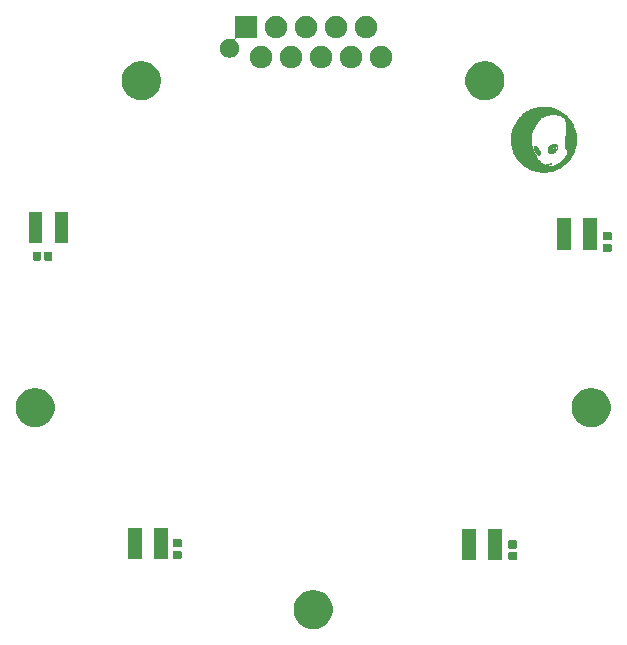
<source format=gbr>
G04 #@! TF.GenerationSoftware,KiCad,Pcbnew,5.1.2-f72e74a~84~ubuntu18.04.1*
G04 #@! TF.CreationDate,2019-09-23T03:00:40+02:00*
G04 #@! TF.ProjectId,roboy_3.0_40mm_ball_sensor,726f626f-795f-4332-9e30-5f34306d6d5f,rev?*
G04 #@! TF.SameCoordinates,Original*
G04 #@! TF.FileFunction,Soldermask,Top*
G04 #@! TF.FilePolarity,Negative*
%FSLAX46Y46*%
G04 Gerber Fmt 4.6, Leading zero omitted, Abs format (unit mm)*
G04 Created by KiCad (PCBNEW 5.1.2-f72e74a~84~ubuntu18.04.1) date 2019-09-23 03:00:40*
%MOMM*%
%LPD*%
G04 APERTURE LIST*
%ADD10C,0.010000*%
%ADD11C,0.060000*%
%ADD12C,0.100000*%
G04 APERTURE END LIST*
D10*
G36*
X180111411Y-82247658D02*
G01*
X180160303Y-82249034D01*
X180201791Y-82251227D01*
X180204248Y-82251404D01*
X180370730Y-82268617D01*
X180534856Y-82295619D01*
X180696263Y-82332236D01*
X180854589Y-82378297D01*
X181009470Y-82433628D01*
X181160545Y-82498056D01*
X181307451Y-82571410D01*
X181449824Y-82653515D01*
X181587304Y-82744199D01*
X181719526Y-82843290D01*
X181846128Y-82950614D01*
X181966748Y-83065999D01*
X182011488Y-83112506D01*
X182122388Y-83237802D01*
X182224852Y-83368680D01*
X182318766Y-83504894D01*
X182404014Y-83646197D01*
X182480485Y-83792344D01*
X182548064Y-83943091D01*
X182606637Y-84098190D01*
X182656090Y-84257396D01*
X182696310Y-84420465D01*
X182727184Y-84587149D01*
X182741027Y-84687580D01*
X182743688Y-84715614D01*
X182746056Y-84752158D01*
X182748107Y-84795565D01*
X182749818Y-84844188D01*
X182751168Y-84896379D01*
X182752131Y-84950493D01*
X182752687Y-85004881D01*
X182752810Y-85057898D01*
X182752479Y-85107897D01*
X182751671Y-85153229D01*
X182750362Y-85192250D01*
X182748529Y-85223311D01*
X182748521Y-85223409D01*
X182730425Y-85387738D01*
X182702523Y-85549947D01*
X182665024Y-85709636D01*
X182618137Y-85866405D01*
X182562068Y-86019853D01*
X182497026Y-86169580D01*
X182423220Y-86315186D01*
X182340858Y-86456271D01*
X182250147Y-86592433D01*
X182151295Y-86723273D01*
X182044512Y-86848391D01*
X181930005Y-86967385D01*
X181807982Y-87079856D01*
X181763827Y-87117365D01*
X181632339Y-87220164D01*
X181495556Y-87314370D01*
X181353820Y-87399844D01*
X181207475Y-87476444D01*
X181056863Y-87544030D01*
X180902328Y-87602462D01*
X180744213Y-87651599D01*
X180582861Y-87691300D01*
X180418615Y-87721425D01*
X180251818Y-87741834D01*
X180236220Y-87743230D01*
X180204605Y-87745421D01*
X180165273Y-87747283D01*
X180120337Y-87748791D01*
X180071909Y-87749916D01*
X180022102Y-87750634D01*
X179973029Y-87750917D01*
X179926802Y-87750740D01*
X179885534Y-87750076D01*
X179851338Y-87748899D01*
X179838694Y-87748187D01*
X179669062Y-87732042D01*
X179502378Y-87706308D01*
X179338908Y-87671099D01*
X179178916Y-87626529D01*
X179022667Y-87572712D01*
X178870427Y-87509763D01*
X178722461Y-87437796D01*
X178579033Y-87356925D01*
X178440408Y-87267265D01*
X178306852Y-87168929D01*
X178178630Y-87062031D01*
X178117269Y-87006036D01*
X177998879Y-86887867D01*
X177888479Y-86763571D01*
X177786241Y-86633510D01*
X177692338Y-86498048D01*
X177606943Y-86357546D01*
X177530229Y-86212369D01*
X177462370Y-86062880D01*
X177403537Y-85909441D01*
X177353904Y-85752416D01*
X177313644Y-85592168D01*
X177282930Y-85429060D01*
X177261935Y-85263454D01*
X177256484Y-85199168D01*
X177254235Y-85158243D01*
X177252806Y-85109784D01*
X177252158Y-85055741D01*
X177252254Y-84998065D01*
X177252845Y-84954280D01*
X178935866Y-84954280D01*
X178936087Y-85014867D01*
X178936800Y-85067255D01*
X178938154Y-85113398D01*
X178940296Y-85155249D01*
X178943376Y-85194763D01*
X178947541Y-85233895D01*
X178952939Y-85274598D01*
X178959719Y-85318827D01*
X178966683Y-85360680D01*
X178991321Y-85485767D01*
X179023172Y-85615784D01*
X179061644Y-85749155D01*
X179106146Y-85884306D01*
X179156085Y-86019660D01*
X179210869Y-86153644D01*
X179269907Y-86284683D01*
X179332605Y-86411201D01*
X179398373Y-86531623D01*
X179422138Y-86572260D01*
X179447850Y-86614150D01*
X179472392Y-86651070D01*
X179497458Y-86685163D01*
X179524739Y-86718577D01*
X179555927Y-86753455D01*
X179592714Y-86791944D01*
X179606237Y-86805668D01*
X179674539Y-86872063D01*
X179740032Y-86930339D01*
X179804180Y-86981594D01*
X179868445Y-87026927D01*
X179934292Y-87067436D01*
X180003183Y-87104220D01*
X180005625Y-87105432D01*
X180072865Y-87136631D01*
X180140523Y-87163591D01*
X180209818Y-87186574D01*
X180281972Y-87205841D01*
X180358208Y-87221653D01*
X180439746Y-87234271D01*
X180527807Y-87243955D01*
X180623614Y-87250968D01*
X180704301Y-87254743D01*
X180718468Y-87254065D01*
X180739174Y-87251605D01*
X180763042Y-87247805D01*
X180776346Y-87245295D01*
X180882126Y-87218969D01*
X180986227Y-87182724D01*
X181088740Y-87136520D01*
X181189759Y-87080316D01*
X181268715Y-87028715D01*
X181304948Y-87002443D01*
X181345856Y-86971048D01*
X181390005Y-86935764D01*
X181435964Y-86897826D01*
X181482299Y-86858467D01*
X181527577Y-86818921D01*
X181570365Y-86780423D01*
X181609230Y-86744207D01*
X181642740Y-86711506D01*
X181669357Y-86683669D01*
X181719078Y-86626571D01*
X181768026Y-86565833D01*
X181815342Y-86502772D01*
X181860168Y-86438702D01*
X181901646Y-86374939D01*
X181938916Y-86312800D01*
X181971120Y-86253600D01*
X181997399Y-86198654D01*
X182015547Y-86153160D01*
X182027166Y-86116683D01*
X182033669Y-86086920D01*
X182035291Y-86061946D01*
X182032266Y-86039838D01*
X182030229Y-86032655D01*
X182021899Y-85999183D01*
X182015174Y-85955850D01*
X182010045Y-85902582D01*
X182008557Y-85880480D01*
X182006914Y-85857285D01*
X182005091Y-85837827D01*
X182003327Y-85824354D01*
X182002048Y-85819279D01*
X181995985Y-85815091D01*
X181983461Y-85808816D01*
X181971213Y-85803494D01*
X181935191Y-85785805D01*
X181905050Y-85764111D01*
X181880055Y-85737333D01*
X181859472Y-85704396D01*
X181842567Y-85664221D01*
X181828606Y-85615733D01*
X181821731Y-85584200D01*
X181813109Y-85529984D01*
X181806872Y-85467299D01*
X181803003Y-85397547D01*
X181801488Y-85322131D01*
X181802310Y-85242453D01*
X181805454Y-85159917D01*
X181810904Y-85075924D01*
X181818644Y-84991878D01*
X181828658Y-84909181D01*
X181829391Y-84903857D01*
X181837683Y-84852621D01*
X181848851Y-84798523D01*
X181863299Y-84739881D01*
X181881436Y-84675012D01*
X181897507Y-84621894D01*
X181908001Y-84586596D01*
X181914749Y-84560223D01*
X181917856Y-84542298D01*
X181917630Y-84532994D01*
X181916992Y-84525817D01*
X181916273Y-84509339D01*
X181915490Y-84484422D01*
X181914662Y-84451926D01*
X181913807Y-84412708D01*
X181912943Y-84367631D01*
X181912087Y-84317553D01*
X181911258Y-84263335D01*
X181910474Y-84205836D01*
X181910024Y-84169420D01*
X181909099Y-84094866D01*
X181908178Y-84029436D01*
X181907209Y-83972094D01*
X181906143Y-83921802D01*
X181904928Y-83877525D01*
X181903514Y-83838228D01*
X181901851Y-83802872D01*
X181899886Y-83770422D01*
X181897570Y-83739843D01*
X181894853Y-83710097D01*
X181891682Y-83680148D01*
X181888009Y-83648961D01*
X181883781Y-83615498D01*
X181882415Y-83604995D01*
X181873450Y-83542533D01*
X181862637Y-83477182D01*
X181850663Y-83412772D01*
X181838216Y-83353131D01*
X181833201Y-83331220D01*
X181827194Y-83305740D01*
X181821859Y-83283078D01*
X181817719Y-83265465D01*
X181815300Y-83255135D01*
X181815099Y-83254273D01*
X181809514Y-83244596D01*
X181796770Y-83230140D01*
X181778059Y-83211912D01*
X181754573Y-83190920D01*
X181727505Y-83168170D01*
X181698047Y-83144671D01*
X181667391Y-83121430D01*
X181636729Y-83099454D01*
X181612900Y-83083398D01*
X181519663Y-83028561D01*
X181420366Y-82981665D01*
X181314885Y-82942665D01*
X181203099Y-82911515D01*
X181084885Y-82888173D01*
X181074420Y-82886529D01*
X181029797Y-82880994D01*
X180977546Y-82876733D01*
X180920123Y-82873789D01*
X180859984Y-82872208D01*
X180799587Y-82872036D01*
X180741389Y-82873316D01*
X180687846Y-82876094D01*
X180655320Y-82878864D01*
X180518305Y-82896876D01*
X180386889Y-82922248D01*
X180261374Y-82954863D01*
X180142065Y-82994607D01*
X180029262Y-83041362D01*
X179923270Y-83095014D01*
X179824391Y-83155447D01*
X179732928Y-83222544D01*
X179712307Y-83239465D01*
X179679118Y-83268484D01*
X179646726Y-83299428D01*
X179613635Y-83333870D01*
X179578349Y-83373378D01*
X179539372Y-83419524D01*
X179530517Y-83430280D01*
X179426906Y-83562732D01*
X179333379Y-83695187D01*
X179249858Y-83827797D01*
X179176268Y-83960716D01*
X179112533Y-84094098D01*
X179058577Y-84228098D01*
X179014324Y-84362867D01*
X178979697Y-84498561D01*
X178964339Y-84575820D01*
X178956862Y-84618964D01*
X178950787Y-84657561D01*
X178945975Y-84693452D01*
X178942287Y-84728477D01*
X178939585Y-84764477D01*
X178937730Y-84803291D01*
X178936585Y-84846762D01*
X178936009Y-84896729D01*
X178935866Y-84954280D01*
X177252845Y-84954280D01*
X177253056Y-84938704D01*
X177254526Y-84879611D01*
X177256624Y-84822735D01*
X177259314Y-84770027D01*
X177262556Y-84723437D01*
X177266314Y-84684915D01*
X177266582Y-84682680D01*
X177292056Y-84513148D01*
X177326728Y-84347926D01*
X177370629Y-84186938D01*
X177423792Y-84030112D01*
X177486249Y-83877374D01*
X177558030Y-83728650D01*
X177639169Y-83583866D01*
X177729697Y-83442948D01*
X177829646Y-83305822D01*
X177897157Y-83221718D01*
X177922254Y-83192734D01*
X177953460Y-83158564D01*
X177989254Y-83120728D01*
X178028116Y-83080747D01*
X178068523Y-83040143D01*
X178108955Y-83000438D01*
X178147890Y-82963151D01*
X178183808Y-82929805D01*
X178215186Y-82901920D01*
X178226798Y-82892077D01*
X178343126Y-82799763D01*
X178460135Y-82716075D01*
X178579986Y-82639586D01*
X178704836Y-82568870D01*
X178757940Y-82541230D01*
X178903201Y-82472517D01*
X179050453Y-82413076D01*
X179200545Y-82362650D01*
X179354324Y-82320984D01*
X179512640Y-82287823D01*
X179676342Y-82262911D01*
X179687760Y-82261502D01*
X179725674Y-82257711D01*
X179771787Y-82254433D01*
X179824148Y-82251705D01*
X179880806Y-82249566D01*
X179939812Y-82248054D01*
X179999215Y-82247206D01*
X180057065Y-82247062D01*
X180111411Y-82247658D01*
X180111411Y-82247658D01*
G37*
X180111411Y-82247658D02*
X180160303Y-82249034D01*
X180201791Y-82251227D01*
X180204248Y-82251404D01*
X180370730Y-82268617D01*
X180534856Y-82295619D01*
X180696263Y-82332236D01*
X180854589Y-82378297D01*
X181009470Y-82433628D01*
X181160545Y-82498056D01*
X181307451Y-82571410D01*
X181449824Y-82653515D01*
X181587304Y-82744199D01*
X181719526Y-82843290D01*
X181846128Y-82950614D01*
X181966748Y-83065999D01*
X182011488Y-83112506D01*
X182122388Y-83237802D01*
X182224852Y-83368680D01*
X182318766Y-83504894D01*
X182404014Y-83646197D01*
X182480485Y-83792344D01*
X182548064Y-83943091D01*
X182606637Y-84098190D01*
X182656090Y-84257396D01*
X182696310Y-84420465D01*
X182727184Y-84587149D01*
X182741027Y-84687580D01*
X182743688Y-84715614D01*
X182746056Y-84752158D01*
X182748107Y-84795565D01*
X182749818Y-84844188D01*
X182751168Y-84896379D01*
X182752131Y-84950493D01*
X182752687Y-85004881D01*
X182752810Y-85057898D01*
X182752479Y-85107897D01*
X182751671Y-85153229D01*
X182750362Y-85192250D01*
X182748529Y-85223311D01*
X182748521Y-85223409D01*
X182730425Y-85387738D01*
X182702523Y-85549947D01*
X182665024Y-85709636D01*
X182618137Y-85866405D01*
X182562068Y-86019853D01*
X182497026Y-86169580D01*
X182423220Y-86315186D01*
X182340858Y-86456271D01*
X182250147Y-86592433D01*
X182151295Y-86723273D01*
X182044512Y-86848391D01*
X181930005Y-86967385D01*
X181807982Y-87079856D01*
X181763827Y-87117365D01*
X181632339Y-87220164D01*
X181495556Y-87314370D01*
X181353820Y-87399844D01*
X181207475Y-87476444D01*
X181056863Y-87544030D01*
X180902328Y-87602462D01*
X180744213Y-87651599D01*
X180582861Y-87691300D01*
X180418615Y-87721425D01*
X180251818Y-87741834D01*
X180236220Y-87743230D01*
X180204605Y-87745421D01*
X180165273Y-87747283D01*
X180120337Y-87748791D01*
X180071909Y-87749916D01*
X180022102Y-87750634D01*
X179973029Y-87750917D01*
X179926802Y-87750740D01*
X179885534Y-87750076D01*
X179851338Y-87748899D01*
X179838694Y-87748187D01*
X179669062Y-87732042D01*
X179502378Y-87706308D01*
X179338908Y-87671099D01*
X179178916Y-87626529D01*
X179022667Y-87572712D01*
X178870427Y-87509763D01*
X178722461Y-87437796D01*
X178579033Y-87356925D01*
X178440408Y-87267265D01*
X178306852Y-87168929D01*
X178178630Y-87062031D01*
X178117269Y-87006036D01*
X177998879Y-86887867D01*
X177888479Y-86763571D01*
X177786241Y-86633510D01*
X177692338Y-86498048D01*
X177606943Y-86357546D01*
X177530229Y-86212369D01*
X177462370Y-86062880D01*
X177403537Y-85909441D01*
X177353904Y-85752416D01*
X177313644Y-85592168D01*
X177282930Y-85429060D01*
X177261935Y-85263454D01*
X177256484Y-85199168D01*
X177254235Y-85158243D01*
X177252806Y-85109784D01*
X177252158Y-85055741D01*
X177252254Y-84998065D01*
X177252845Y-84954280D01*
X178935866Y-84954280D01*
X178936087Y-85014867D01*
X178936800Y-85067255D01*
X178938154Y-85113398D01*
X178940296Y-85155249D01*
X178943376Y-85194763D01*
X178947541Y-85233895D01*
X178952939Y-85274598D01*
X178959719Y-85318827D01*
X178966683Y-85360680D01*
X178991321Y-85485767D01*
X179023172Y-85615784D01*
X179061644Y-85749155D01*
X179106146Y-85884306D01*
X179156085Y-86019660D01*
X179210869Y-86153644D01*
X179269907Y-86284683D01*
X179332605Y-86411201D01*
X179398373Y-86531623D01*
X179422138Y-86572260D01*
X179447850Y-86614150D01*
X179472392Y-86651070D01*
X179497458Y-86685163D01*
X179524739Y-86718577D01*
X179555927Y-86753455D01*
X179592714Y-86791944D01*
X179606237Y-86805668D01*
X179674539Y-86872063D01*
X179740032Y-86930339D01*
X179804180Y-86981594D01*
X179868445Y-87026927D01*
X179934292Y-87067436D01*
X180003183Y-87104220D01*
X180005625Y-87105432D01*
X180072865Y-87136631D01*
X180140523Y-87163591D01*
X180209818Y-87186574D01*
X180281972Y-87205841D01*
X180358208Y-87221653D01*
X180439746Y-87234271D01*
X180527807Y-87243955D01*
X180623614Y-87250968D01*
X180704301Y-87254743D01*
X180718468Y-87254065D01*
X180739174Y-87251605D01*
X180763042Y-87247805D01*
X180776346Y-87245295D01*
X180882126Y-87218969D01*
X180986227Y-87182724D01*
X181088740Y-87136520D01*
X181189759Y-87080316D01*
X181268715Y-87028715D01*
X181304948Y-87002443D01*
X181345856Y-86971048D01*
X181390005Y-86935764D01*
X181435964Y-86897826D01*
X181482299Y-86858467D01*
X181527577Y-86818921D01*
X181570365Y-86780423D01*
X181609230Y-86744207D01*
X181642740Y-86711506D01*
X181669357Y-86683669D01*
X181719078Y-86626571D01*
X181768026Y-86565833D01*
X181815342Y-86502772D01*
X181860168Y-86438702D01*
X181901646Y-86374939D01*
X181938916Y-86312800D01*
X181971120Y-86253600D01*
X181997399Y-86198654D01*
X182015547Y-86153160D01*
X182027166Y-86116683D01*
X182033669Y-86086920D01*
X182035291Y-86061946D01*
X182032266Y-86039838D01*
X182030229Y-86032655D01*
X182021899Y-85999183D01*
X182015174Y-85955850D01*
X182010045Y-85902582D01*
X182008557Y-85880480D01*
X182006914Y-85857285D01*
X182005091Y-85837827D01*
X182003327Y-85824354D01*
X182002048Y-85819279D01*
X181995985Y-85815091D01*
X181983461Y-85808816D01*
X181971213Y-85803494D01*
X181935191Y-85785805D01*
X181905050Y-85764111D01*
X181880055Y-85737333D01*
X181859472Y-85704396D01*
X181842567Y-85664221D01*
X181828606Y-85615733D01*
X181821731Y-85584200D01*
X181813109Y-85529984D01*
X181806872Y-85467299D01*
X181803003Y-85397547D01*
X181801488Y-85322131D01*
X181802310Y-85242453D01*
X181805454Y-85159917D01*
X181810904Y-85075924D01*
X181818644Y-84991878D01*
X181828658Y-84909181D01*
X181829391Y-84903857D01*
X181837683Y-84852621D01*
X181848851Y-84798523D01*
X181863299Y-84739881D01*
X181881436Y-84675012D01*
X181897507Y-84621894D01*
X181908001Y-84586596D01*
X181914749Y-84560223D01*
X181917856Y-84542298D01*
X181917630Y-84532994D01*
X181916992Y-84525817D01*
X181916273Y-84509339D01*
X181915490Y-84484422D01*
X181914662Y-84451926D01*
X181913807Y-84412708D01*
X181912943Y-84367631D01*
X181912087Y-84317553D01*
X181911258Y-84263335D01*
X181910474Y-84205836D01*
X181910024Y-84169420D01*
X181909099Y-84094866D01*
X181908178Y-84029436D01*
X181907209Y-83972094D01*
X181906143Y-83921802D01*
X181904928Y-83877525D01*
X181903514Y-83838228D01*
X181901851Y-83802872D01*
X181899886Y-83770422D01*
X181897570Y-83739843D01*
X181894853Y-83710097D01*
X181891682Y-83680148D01*
X181888009Y-83648961D01*
X181883781Y-83615498D01*
X181882415Y-83604995D01*
X181873450Y-83542533D01*
X181862637Y-83477182D01*
X181850663Y-83412772D01*
X181838216Y-83353131D01*
X181833201Y-83331220D01*
X181827194Y-83305740D01*
X181821859Y-83283078D01*
X181817719Y-83265465D01*
X181815300Y-83255135D01*
X181815099Y-83254273D01*
X181809514Y-83244596D01*
X181796770Y-83230140D01*
X181778059Y-83211912D01*
X181754573Y-83190920D01*
X181727505Y-83168170D01*
X181698047Y-83144671D01*
X181667391Y-83121430D01*
X181636729Y-83099454D01*
X181612900Y-83083398D01*
X181519663Y-83028561D01*
X181420366Y-82981665D01*
X181314885Y-82942665D01*
X181203099Y-82911515D01*
X181084885Y-82888173D01*
X181074420Y-82886529D01*
X181029797Y-82880994D01*
X180977546Y-82876733D01*
X180920123Y-82873789D01*
X180859984Y-82872208D01*
X180799587Y-82872036D01*
X180741389Y-82873316D01*
X180687846Y-82876094D01*
X180655320Y-82878864D01*
X180518305Y-82896876D01*
X180386889Y-82922248D01*
X180261374Y-82954863D01*
X180142065Y-82994607D01*
X180029262Y-83041362D01*
X179923270Y-83095014D01*
X179824391Y-83155447D01*
X179732928Y-83222544D01*
X179712307Y-83239465D01*
X179679118Y-83268484D01*
X179646726Y-83299428D01*
X179613635Y-83333870D01*
X179578349Y-83373378D01*
X179539372Y-83419524D01*
X179530517Y-83430280D01*
X179426906Y-83562732D01*
X179333379Y-83695187D01*
X179249858Y-83827797D01*
X179176268Y-83960716D01*
X179112533Y-84094098D01*
X179058577Y-84228098D01*
X179014324Y-84362867D01*
X178979697Y-84498561D01*
X178964339Y-84575820D01*
X178956862Y-84618964D01*
X178950787Y-84657561D01*
X178945975Y-84693452D01*
X178942287Y-84728477D01*
X178939585Y-84764477D01*
X178937730Y-84803291D01*
X178936585Y-84846762D01*
X178936009Y-84896729D01*
X178935866Y-84954280D01*
X177252845Y-84954280D01*
X177253056Y-84938704D01*
X177254526Y-84879611D01*
X177256624Y-84822735D01*
X177259314Y-84770027D01*
X177262556Y-84723437D01*
X177266314Y-84684915D01*
X177266582Y-84682680D01*
X177292056Y-84513148D01*
X177326728Y-84347926D01*
X177370629Y-84186938D01*
X177423792Y-84030112D01*
X177486249Y-83877374D01*
X177558030Y-83728650D01*
X177639169Y-83583866D01*
X177729697Y-83442948D01*
X177829646Y-83305822D01*
X177897157Y-83221718D01*
X177922254Y-83192734D01*
X177953460Y-83158564D01*
X177989254Y-83120728D01*
X178028116Y-83080747D01*
X178068523Y-83040143D01*
X178108955Y-83000438D01*
X178147890Y-82963151D01*
X178183808Y-82929805D01*
X178215186Y-82901920D01*
X178226798Y-82892077D01*
X178343126Y-82799763D01*
X178460135Y-82716075D01*
X178579986Y-82639586D01*
X178704836Y-82568870D01*
X178757940Y-82541230D01*
X178903201Y-82472517D01*
X179050453Y-82413076D01*
X179200545Y-82362650D01*
X179354324Y-82320984D01*
X179512640Y-82287823D01*
X179676342Y-82262911D01*
X179687760Y-82261502D01*
X179725674Y-82257711D01*
X179771787Y-82254433D01*
X179824148Y-82251705D01*
X179880806Y-82249566D01*
X179939812Y-82248054D01*
X179999215Y-82247206D01*
X180057065Y-82247062D01*
X180111411Y-82247658D01*
G36*
X179524466Y-85929926D02*
G01*
X179539554Y-85941333D01*
X179541789Y-85943610D01*
X179557997Y-85964076D01*
X179571303Y-85987188D01*
X179581395Y-86011348D01*
X179587961Y-86034960D01*
X179590691Y-86056426D01*
X179589274Y-86074150D01*
X179583397Y-86086535D01*
X179572750Y-86091983D01*
X179570740Y-86092103D01*
X179563319Y-86089690D01*
X179551818Y-86083702D01*
X179550097Y-86082671D01*
X179533099Y-86067908D01*
X179517367Y-86046401D01*
X179503917Y-86020683D01*
X179493764Y-85993289D01*
X179487921Y-85966754D01*
X179487405Y-85943613D01*
X179490003Y-85932595D01*
X179497422Y-85925074D01*
X179509666Y-85924345D01*
X179524466Y-85929926D01*
X179524466Y-85929926D01*
G37*
X179524466Y-85929926D02*
X179539554Y-85941333D01*
X179541789Y-85943610D01*
X179557997Y-85964076D01*
X179571303Y-85987188D01*
X179581395Y-86011348D01*
X179587961Y-86034960D01*
X179590691Y-86056426D01*
X179589274Y-86074150D01*
X179583397Y-86086535D01*
X179572750Y-86091983D01*
X179570740Y-86092103D01*
X179563319Y-86089690D01*
X179551818Y-86083702D01*
X179550097Y-86082671D01*
X179533099Y-86067908D01*
X179517367Y-86046401D01*
X179503917Y-86020683D01*
X179493764Y-85993289D01*
X179487921Y-85966754D01*
X179487405Y-85943613D01*
X179490003Y-85932595D01*
X179497422Y-85925074D01*
X179509666Y-85924345D01*
X179524466Y-85929926D01*
G36*
X180963667Y-85651102D02*
G01*
X180976744Y-85654493D01*
X180988048Y-85661622D01*
X180990392Y-85663545D01*
X181009692Y-85685382D01*
X181019619Y-85709859D01*
X181019926Y-85735768D01*
X181010441Y-85761765D01*
X180996012Y-85780859D01*
X180977537Y-85792325D01*
X180953024Y-85797210D01*
X180942228Y-85797560D01*
X180924829Y-85796947D01*
X180913155Y-85793934D01*
X180902794Y-85786758D01*
X180893903Y-85778259D01*
X180877278Y-85755369D01*
X180869936Y-85730434D01*
X180871832Y-85705206D01*
X180882919Y-85681436D01*
X180896859Y-85665951D01*
X180908713Y-85656754D01*
X180920030Y-85652033D01*
X180935130Y-85650369D01*
X180944667Y-85650240D01*
X180963667Y-85651102D01*
X180963667Y-85651102D01*
G37*
X180963667Y-85651102D02*
X180976744Y-85654493D01*
X180988048Y-85661622D01*
X180990392Y-85663545D01*
X181009692Y-85685382D01*
X181019619Y-85709859D01*
X181019926Y-85735768D01*
X181010441Y-85761765D01*
X180996012Y-85780859D01*
X180977537Y-85792325D01*
X180953024Y-85797210D01*
X180942228Y-85797560D01*
X180924829Y-85796947D01*
X180913155Y-85793934D01*
X180902794Y-85786758D01*
X180893903Y-85778259D01*
X180877278Y-85755369D01*
X180869936Y-85730434D01*
X180871832Y-85705206D01*
X180882919Y-85681436D01*
X180896859Y-85665951D01*
X180908713Y-85656754D01*
X180920030Y-85652033D01*
X180935130Y-85650369D01*
X180944667Y-85650240D01*
X180963667Y-85651102D01*
G36*
X180918423Y-85401777D02*
G01*
X180956263Y-85405066D01*
X180976759Y-85408897D01*
X181028390Y-85425874D01*
X181073060Y-85449654D01*
X181110646Y-85479527D01*
X181141024Y-85514781D01*
X181164071Y-85554703D01*
X181179661Y-85598583D01*
X181187672Y-85645708D01*
X181187980Y-85695366D01*
X181180461Y-85746846D01*
X181164990Y-85799436D01*
X181141445Y-85852424D01*
X181109701Y-85905099D01*
X181071669Y-85954398D01*
X181022024Y-86005506D01*
X180967034Y-86050255D01*
X180907863Y-86088142D01*
X180845678Y-86118666D01*
X180781645Y-86141325D01*
X180716929Y-86155617D01*
X180652695Y-86161041D01*
X180598218Y-86158169D01*
X180543393Y-86147107D01*
X180494297Y-86128036D01*
X180451371Y-86101148D01*
X180432887Y-86085333D01*
X180401140Y-86051436D01*
X180378000Y-86016962D01*
X180362118Y-85979320D01*
X180352141Y-85935916D01*
X180350986Y-85928145D01*
X180348426Y-85873755D01*
X180355286Y-85818691D01*
X180370934Y-85763752D01*
X180384275Y-85733475D01*
X180749164Y-85733475D01*
X180751545Y-85755112D01*
X180764506Y-85799304D01*
X180785689Y-85838657D01*
X180814198Y-85872122D01*
X180849137Y-85898653D01*
X180889610Y-85917204D01*
X180890453Y-85917481D01*
X180910411Y-85921460D01*
X180937461Y-85923152D01*
X180955684Y-85922976D01*
X180979938Y-85921571D01*
X180998324Y-85918634D01*
X181015122Y-85913176D01*
X181032690Y-85905155D01*
X181069679Y-85881788D01*
X181100282Y-85851948D01*
X181123754Y-85817048D01*
X181139349Y-85778504D01*
X181146322Y-85737728D01*
X181143925Y-85696134D01*
X181143670Y-85694722D01*
X181130966Y-85652824D01*
X181109644Y-85614438D01*
X181080985Y-85581215D01*
X181046270Y-85554806D01*
X181027445Y-85544858D01*
X180997518Y-85535350D01*
X180962396Y-85530786D01*
X180925790Y-85531225D01*
X180891413Y-85536724D01*
X180873531Y-85542426D01*
X180838383Y-85561486D01*
X180807691Y-85587944D01*
X180782440Y-85620087D01*
X180763613Y-85656199D01*
X180752193Y-85694567D01*
X180749164Y-85733475D01*
X180384275Y-85733475D01*
X180394736Y-85709736D01*
X180426061Y-85657441D01*
X180464274Y-85607666D01*
X180508745Y-85561207D01*
X180558840Y-85518864D01*
X180613926Y-85481434D01*
X180673370Y-85449716D01*
X180736541Y-85424507D01*
X180754886Y-85418701D01*
X180791263Y-85410238D01*
X180832757Y-85404503D01*
X180876199Y-85401636D01*
X180918423Y-85401777D01*
X180918423Y-85401777D01*
G37*
X180918423Y-85401777D02*
X180956263Y-85405066D01*
X180976759Y-85408897D01*
X181028390Y-85425874D01*
X181073060Y-85449654D01*
X181110646Y-85479527D01*
X181141024Y-85514781D01*
X181164071Y-85554703D01*
X181179661Y-85598583D01*
X181187672Y-85645708D01*
X181187980Y-85695366D01*
X181180461Y-85746846D01*
X181164990Y-85799436D01*
X181141445Y-85852424D01*
X181109701Y-85905099D01*
X181071669Y-85954398D01*
X181022024Y-86005506D01*
X180967034Y-86050255D01*
X180907863Y-86088142D01*
X180845678Y-86118666D01*
X180781645Y-86141325D01*
X180716929Y-86155617D01*
X180652695Y-86161041D01*
X180598218Y-86158169D01*
X180543393Y-86147107D01*
X180494297Y-86128036D01*
X180451371Y-86101148D01*
X180432887Y-86085333D01*
X180401140Y-86051436D01*
X180378000Y-86016962D01*
X180362118Y-85979320D01*
X180352141Y-85935916D01*
X180350986Y-85928145D01*
X180348426Y-85873755D01*
X180355286Y-85818691D01*
X180370934Y-85763752D01*
X180384275Y-85733475D01*
X180749164Y-85733475D01*
X180751545Y-85755112D01*
X180764506Y-85799304D01*
X180785689Y-85838657D01*
X180814198Y-85872122D01*
X180849137Y-85898653D01*
X180889610Y-85917204D01*
X180890453Y-85917481D01*
X180910411Y-85921460D01*
X180937461Y-85923152D01*
X180955684Y-85922976D01*
X180979938Y-85921571D01*
X180998324Y-85918634D01*
X181015122Y-85913176D01*
X181032690Y-85905155D01*
X181069679Y-85881788D01*
X181100282Y-85851948D01*
X181123754Y-85817048D01*
X181139349Y-85778504D01*
X181146322Y-85737728D01*
X181143925Y-85696134D01*
X181143670Y-85694722D01*
X181130966Y-85652824D01*
X181109644Y-85614438D01*
X181080985Y-85581215D01*
X181046270Y-85554806D01*
X181027445Y-85544858D01*
X180997518Y-85535350D01*
X180962396Y-85530786D01*
X180925790Y-85531225D01*
X180891413Y-85536724D01*
X180873531Y-85542426D01*
X180838383Y-85561486D01*
X180807691Y-85587944D01*
X180782440Y-85620087D01*
X180763613Y-85656199D01*
X180752193Y-85694567D01*
X180749164Y-85733475D01*
X180384275Y-85733475D01*
X180394736Y-85709736D01*
X180426061Y-85657441D01*
X180464274Y-85607666D01*
X180508745Y-85561207D01*
X180558840Y-85518864D01*
X180613926Y-85481434D01*
X180673370Y-85449716D01*
X180736541Y-85424507D01*
X180754886Y-85418701D01*
X180791263Y-85410238D01*
X180832757Y-85404503D01*
X180876199Y-85401636D01*
X180918423Y-85401777D01*
G36*
X179293665Y-85592400D02*
G01*
X179311199Y-85594815D01*
X179327879Y-85600076D01*
X179346678Y-85608404D01*
X179396544Y-85636810D01*
X179446028Y-85674026D01*
X179494186Y-85718713D01*
X179540077Y-85769536D01*
X179582757Y-85825158D01*
X179621285Y-85884244D01*
X179654717Y-85945456D01*
X179682112Y-86007459D01*
X179702526Y-86068917D01*
X179715018Y-86128492D01*
X179715381Y-86131129D01*
X179718149Y-86174196D01*
X179714456Y-86212257D01*
X179704593Y-86244427D01*
X179688853Y-86269822D01*
X179667525Y-86287556D01*
X179663187Y-86289832D01*
X179635219Y-86298318D01*
X179603409Y-86299581D01*
X179571189Y-86293488D01*
X179570740Y-86293346D01*
X179527203Y-86275057D01*
X179482270Y-86247842D01*
X179436881Y-86212665D01*
X179391976Y-86170487D01*
X179348495Y-86122272D01*
X179307378Y-86068982D01*
X179269565Y-86011579D01*
X179235996Y-85951026D01*
X179235540Y-85950119D01*
X179210181Y-85895845D01*
X179201711Y-85873574D01*
X179355284Y-85873574D01*
X179355543Y-85901315D01*
X179358121Y-85929311D01*
X179362567Y-85952702D01*
X179372407Y-85982865D01*
X179386999Y-86017156D01*
X179404535Y-86051944D01*
X179423208Y-86083596D01*
X179438382Y-86105022D01*
X179469895Y-86140806D01*
X179501152Y-86168895D01*
X179531506Y-86189000D01*
X179560309Y-86200834D01*
X179586913Y-86204109D01*
X179610670Y-86198538D01*
X179626133Y-86188466D01*
X179640767Y-86171999D01*
X179650019Y-86152003D01*
X179654606Y-86126313D01*
X179655402Y-86100316D01*
X179651584Y-86061085D01*
X179641587Y-86020767D01*
X179626265Y-85980451D01*
X179606466Y-85941228D01*
X179583042Y-85904188D01*
X179556844Y-85870421D01*
X179528723Y-85841018D01*
X179499529Y-85817069D01*
X179470113Y-85799664D01*
X179441326Y-85789894D01*
X179414019Y-85788849D01*
X179412521Y-85789075D01*
X179390226Y-85797610D01*
X179371870Y-85814429D01*
X179361805Y-85831686D01*
X179357365Y-85849295D01*
X179355284Y-85873574D01*
X179201711Y-85873574D01*
X179191505Y-85846742D01*
X179178956Y-85800850D01*
X179171980Y-85756209D01*
X179170024Y-85718820D01*
X179170147Y-85693734D01*
X179171356Y-85675780D01*
X179174108Y-85661950D01*
X179178861Y-85649235D01*
X179181443Y-85643751D01*
X179192212Y-85626421D01*
X179205671Y-85610733D01*
X179211471Y-85605651D01*
X179221774Y-85598608D01*
X179231873Y-85594452D01*
X179244939Y-85592443D01*
X179264145Y-85591838D01*
X179270641Y-85591820D01*
X179293665Y-85592400D01*
X179293665Y-85592400D01*
G37*
X179293665Y-85592400D02*
X179311199Y-85594815D01*
X179327879Y-85600076D01*
X179346678Y-85608404D01*
X179396544Y-85636810D01*
X179446028Y-85674026D01*
X179494186Y-85718713D01*
X179540077Y-85769536D01*
X179582757Y-85825158D01*
X179621285Y-85884244D01*
X179654717Y-85945456D01*
X179682112Y-86007459D01*
X179702526Y-86068917D01*
X179715018Y-86128492D01*
X179715381Y-86131129D01*
X179718149Y-86174196D01*
X179714456Y-86212257D01*
X179704593Y-86244427D01*
X179688853Y-86269822D01*
X179667525Y-86287556D01*
X179663187Y-86289832D01*
X179635219Y-86298318D01*
X179603409Y-86299581D01*
X179571189Y-86293488D01*
X179570740Y-86293346D01*
X179527203Y-86275057D01*
X179482270Y-86247842D01*
X179436881Y-86212665D01*
X179391976Y-86170487D01*
X179348495Y-86122272D01*
X179307378Y-86068982D01*
X179269565Y-86011579D01*
X179235996Y-85951026D01*
X179235540Y-85950119D01*
X179210181Y-85895845D01*
X179201711Y-85873574D01*
X179355284Y-85873574D01*
X179355543Y-85901315D01*
X179358121Y-85929311D01*
X179362567Y-85952702D01*
X179372407Y-85982865D01*
X179386999Y-86017156D01*
X179404535Y-86051944D01*
X179423208Y-86083596D01*
X179438382Y-86105022D01*
X179469895Y-86140806D01*
X179501152Y-86168895D01*
X179531506Y-86189000D01*
X179560309Y-86200834D01*
X179586913Y-86204109D01*
X179610670Y-86198538D01*
X179626133Y-86188466D01*
X179640767Y-86171999D01*
X179650019Y-86152003D01*
X179654606Y-86126313D01*
X179655402Y-86100316D01*
X179651584Y-86061085D01*
X179641587Y-86020767D01*
X179626265Y-85980451D01*
X179606466Y-85941228D01*
X179583042Y-85904188D01*
X179556844Y-85870421D01*
X179528723Y-85841018D01*
X179499529Y-85817069D01*
X179470113Y-85799664D01*
X179441326Y-85789894D01*
X179414019Y-85788849D01*
X179412521Y-85789075D01*
X179390226Y-85797610D01*
X179371870Y-85814429D01*
X179361805Y-85831686D01*
X179357365Y-85849295D01*
X179355284Y-85873574D01*
X179201711Y-85873574D01*
X179191505Y-85846742D01*
X179178956Y-85800850D01*
X179171980Y-85756209D01*
X179170024Y-85718820D01*
X179170147Y-85693734D01*
X179171356Y-85675780D01*
X179174108Y-85661950D01*
X179178861Y-85649235D01*
X179181443Y-85643751D01*
X179192212Y-85626421D01*
X179205671Y-85610733D01*
X179211471Y-85605651D01*
X179221774Y-85598608D01*
X179231873Y-85594452D01*
X179244939Y-85592443D01*
X179264145Y-85591838D01*
X179270641Y-85591820D01*
X179293665Y-85592400D01*
D11*
G36*
X180624692Y-87031830D02*
G01*
X180628884Y-87037238D01*
X180629842Y-87045434D01*
X180625424Y-87050854D01*
X180613375Y-87058710D01*
X180595655Y-87068093D01*
X180574225Y-87078090D01*
X180551046Y-87087791D01*
X180528078Y-87096284D01*
X180507282Y-87102659D01*
X180505917Y-87103013D01*
X180462856Y-87110486D01*
X180414361Y-87112860D01*
X180363785Y-87110138D01*
X180317500Y-87102965D01*
X180290200Y-87097186D01*
X180271309Y-87092973D01*
X180259286Y-87089840D01*
X180252588Y-87087302D01*
X180249673Y-87084876D01*
X180248999Y-87082076D01*
X180248997Y-87081433D01*
X180250026Y-87073727D01*
X180253898Y-87069084D01*
X180262140Y-87067369D01*
X180276276Y-87068449D01*
X180297832Y-87072190D01*
X180314960Y-87075657D01*
X180373922Y-87085109D01*
X180427388Y-87087441D01*
X180477312Y-87082442D01*
X180525646Y-87069901D01*
X180574342Y-87049609D01*
X180579221Y-87047188D01*
X180601207Y-87036758D01*
X180615915Y-87031654D01*
X180624692Y-87031830D01*
X180624692Y-87031830D01*
G37*
X180624692Y-87031830D02*
X180628884Y-87037238D01*
X180629842Y-87045434D01*
X180625424Y-87050854D01*
X180613375Y-87058710D01*
X180595655Y-87068093D01*
X180574225Y-87078090D01*
X180551046Y-87087791D01*
X180528078Y-87096284D01*
X180507282Y-87102659D01*
X180505917Y-87103013D01*
X180462856Y-87110486D01*
X180414361Y-87112860D01*
X180363785Y-87110138D01*
X180317500Y-87102965D01*
X180290200Y-87097186D01*
X180271309Y-87092973D01*
X180259286Y-87089840D01*
X180252588Y-87087302D01*
X180249673Y-87084876D01*
X180248999Y-87082076D01*
X180248997Y-87081433D01*
X180250026Y-87073727D01*
X180253898Y-87069084D01*
X180262140Y-87067369D01*
X180276276Y-87068449D01*
X180297832Y-87072190D01*
X180314960Y-87075657D01*
X180373922Y-87085109D01*
X180427388Y-87087441D01*
X180477312Y-87082442D01*
X180525646Y-87069901D01*
X180574342Y-87049609D01*
X180579221Y-87047188D01*
X180601207Y-87036758D01*
X180615915Y-87031654D01*
X180624692Y-87031830D01*
D12*
G36*
X160875256Y-123211298D02*
G01*
X160981579Y-123232447D01*
X161282042Y-123356903D01*
X161552451Y-123537585D01*
X161782415Y-123767549D01*
X161963097Y-124037958D01*
X162087553Y-124338421D01*
X162151000Y-124657391D01*
X162151000Y-124982609D01*
X162087553Y-125301579D01*
X161963097Y-125602042D01*
X161782415Y-125872451D01*
X161552451Y-126102415D01*
X161282042Y-126283097D01*
X160981579Y-126407553D01*
X160875256Y-126428702D01*
X160662611Y-126471000D01*
X160337389Y-126471000D01*
X160124744Y-126428702D01*
X160018421Y-126407553D01*
X159717958Y-126283097D01*
X159447549Y-126102415D01*
X159217585Y-125872451D01*
X159036903Y-125602042D01*
X158912447Y-125301579D01*
X158849000Y-124982609D01*
X158849000Y-124657391D01*
X158912447Y-124338421D01*
X159036903Y-124037958D01*
X159217585Y-123767549D01*
X159447549Y-123537585D01*
X159717958Y-123356903D01*
X160018421Y-123232447D01*
X160124744Y-123211298D01*
X160337389Y-123169000D01*
X160662611Y-123169000D01*
X160875256Y-123211298D01*
X160875256Y-123211298D01*
G37*
G36*
X177681938Y-119941716D02*
G01*
X177702557Y-119947971D01*
X177721553Y-119958124D01*
X177738208Y-119971792D01*
X177751876Y-119988447D01*
X177762029Y-120007443D01*
X177768284Y-120028062D01*
X177771000Y-120055640D01*
X177771000Y-120514360D01*
X177768284Y-120541938D01*
X177762029Y-120562557D01*
X177751876Y-120581553D01*
X177738208Y-120598208D01*
X177721553Y-120611876D01*
X177702557Y-120622029D01*
X177681938Y-120628284D01*
X177654360Y-120631000D01*
X177145640Y-120631000D01*
X177118062Y-120628284D01*
X177097443Y-120622029D01*
X177078447Y-120611876D01*
X177061792Y-120598208D01*
X177048124Y-120581553D01*
X177037971Y-120562557D01*
X177031716Y-120541938D01*
X177029000Y-120514360D01*
X177029000Y-120055640D01*
X177031716Y-120028062D01*
X177037971Y-120007443D01*
X177048124Y-119988447D01*
X177061792Y-119971792D01*
X177078447Y-119958124D01*
X177097443Y-119947971D01*
X177118062Y-119941716D01*
X177145640Y-119939000D01*
X177654360Y-119939000D01*
X177681938Y-119941716D01*
X177681938Y-119941716D01*
G37*
G36*
X174281000Y-120626000D02*
G01*
X173119000Y-120626000D01*
X173119000Y-117974000D01*
X174281000Y-117974000D01*
X174281000Y-120626000D01*
X174281000Y-120626000D01*
G37*
G36*
X176481000Y-120626000D02*
G01*
X175319000Y-120626000D01*
X175319000Y-117974000D01*
X176481000Y-117974000D01*
X176481000Y-120626000D01*
X176481000Y-120626000D01*
G37*
G36*
X149281938Y-119841716D02*
G01*
X149302557Y-119847971D01*
X149321553Y-119858124D01*
X149338208Y-119871792D01*
X149351876Y-119888447D01*
X149362029Y-119907443D01*
X149368284Y-119928062D01*
X149371000Y-119955640D01*
X149371000Y-120414360D01*
X149368284Y-120441938D01*
X149362029Y-120462557D01*
X149351876Y-120481553D01*
X149338208Y-120498208D01*
X149321553Y-120511876D01*
X149302557Y-120522029D01*
X149281938Y-120528284D01*
X149254360Y-120531000D01*
X148745640Y-120531000D01*
X148718062Y-120528284D01*
X148697443Y-120522029D01*
X148678447Y-120511876D01*
X148661792Y-120498208D01*
X148648124Y-120481553D01*
X148637971Y-120462557D01*
X148631716Y-120441938D01*
X148629000Y-120414360D01*
X148629000Y-119955640D01*
X148631716Y-119928062D01*
X148637971Y-119907443D01*
X148648124Y-119888447D01*
X148661792Y-119871792D01*
X148678447Y-119858124D01*
X148697443Y-119847971D01*
X148718062Y-119841716D01*
X148745640Y-119839000D01*
X149254360Y-119839000D01*
X149281938Y-119841716D01*
X149281938Y-119841716D01*
G37*
G36*
X148181000Y-120526000D02*
G01*
X147019000Y-120526000D01*
X147019000Y-117874000D01*
X148181000Y-117874000D01*
X148181000Y-120526000D01*
X148181000Y-120526000D01*
G37*
G36*
X145981000Y-120526000D02*
G01*
X144819000Y-120526000D01*
X144819000Y-117874000D01*
X145981000Y-117874000D01*
X145981000Y-120526000D01*
X145981000Y-120526000D01*
G37*
G36*
X177681938Y-118971716D02*
G01*
X177702557Y-118977971D01*
X177721553Y-118988124D01*
X177738208Y-119001792D01*
X177751876Y-119018447D01*
X177762029Y-119037443D01*
X177768284Y-119058062D01*
X177771000Y-119085640D01*
X177771000Y-119544360D01*
X177768284Y-119571938D01*
X177762029Y-119592557D01*
X177751876Y-119611553D01*
X177738208Y-119628208D01*
X177721553Y-119641876D01*
X177702557Y-119652029D01*
X177681938Y-119658284D01*
X177654360Y-119661000D01*
X177145640Y-119661000D01*
X177118062Y-119658284D01*
X177097443Y-119652029D01*
X177078447Y-119641876D01*
X177061792Y-119628208D01*
X177048124Y-119611553D01*
X177037971Y-119592557D01*
X177031716Y-119571938D01*
X177029000Y-119544360D01*
X177029000Y-119085640D01*
X177031716Y-119058062D01*
X177037971Y-119037443D01*
X177048124Y-119018447D01*
X177061792Y-119001792D01*
X177078447Y-118988124D01*
X177097443Y-118977971D01*
X177118062Y-118971716D01*
X177145640Y-118969000D01*
X177654360Y-118969000D01*
X177681938Y-118971716D01*
X177681938Y-118971716D01*
G37*
G36*
X149281938Y-118871716D02*
G01*
X149302557Y-118877971D01*
X149321553Y-118888124D01*
X149338208Y-118901792D01*
X149351876Y-118918447D01*
X149362029Y-118937443D01*
X149368284Y-118958062D01*
X149371000Y-118985640D01*
X149371000Y-119444360D01*
X149368284Y-119471938D01*
X149362029Y-119492557D01*
X149351876Y-119511553D01*
X149338208Y-119528208D01*
X149321553Y-119541876D01*
X149302557Y-119552029D01*
X149281938Y-119558284D01*
X149254360Y-119561000D01*
X148745640Y-119561000D01*
X148718062Y-119558284D01*
X148697443Y-119552029D01*
X148678447Y-119541876D01*
X148661792Y-119528208D01*
X148648124Y-119511553D01*
X148637971Y-119492557D01*
X148631716Y-119471938D01*
X148629000Y-119444360D01*
X148629000Y-118985640D01*
X148631716Y-118958062D01*
X148637971Y-118937443D01*
X148648124Y-118918447D01*
X148661792Y-118901792D01*
X148678447Y-118888124D01*
X148697443Y-118877971D01*
X148718062Y-118871716D01*
X148745640Y-118869000D01*
X149254360Y-118869000D01*
X149281938Y-118871716D01*
X149281938Y-118871716D01*
G37*
G36*
X184416282Y-106107741D02*
G01*
X184522605Y-106128890D01*
X184823068Y-106253346D01*
X185093477Y-106434028D01*
X185323441Y-106663992D01*
X185504123Y-106934401D01*
X185628579Y-107234864D01*
X185692026Y-107553834D01*
X185692026Y-107879052D01*
X185628579Y-108198022D01*
X185504123Y-108498485D01*
X185323441Y-108768894D01*
X185093477Y-108998858D01*
X184823068Y-109179540D01*
X184522605Y-109303996D01*
X184416282Y-109325145D01*
X184203637Y-109367443D01*
X183878415Y-109367443D01*
X183665770Y-109325145D01*
X183559447Y-109303996D01*
X183258984Y-109179540D01*
X182988575Y-108998858D01*
X182758611Y-108768894D01*
X182577929Y-108498485D01*
X182453473Y-108198022D01*
X182390026Y-107879052D01*
X182390026Y-107553834D01*
X182453473Y-107234864D01*
X182577929Y-106934401D01*
X182758611Y-106663992D01*
X182988575Y-106434028D01*
X183258984Y-106253346D01*
X183559447Y-106128890D01*
X183665770Y-106107741D01*
X183878415Y-106065443D01*
X184203637Y-106065443D01*
X184416282Y-106107741D01*
X184416282Y-106107741D01*
G37*
G36*
X137334230Y-106107741D02*
G01*
X137440553Y-106128890D01*
X137741016Y-106253346D01*
X138011425Y-106434028D01*
X138241389Y-106663992D01*
X138422071Y-106934401D01*
X138546527Y-107234864D01*
X138609974Y-107553834D01*
X138609974Y-107879052D01*
X138546527Y-108198022D01*
X138422071Y-108498485D01*
X138241389Y-108768894D01*
X138011425Y-108998858D01*
X137741016Y-109179540D01*
X137440553Y-109303996D01*
X137334230Y-109325145D01*
X137121585Y-109367443D01*
X136796363Y-109367443D01*
X136583718Y-109325145D01*
X136477395Y-109303996D01*
X136176932Y-109179540D01*
X135906523Y-108998858D01*
X135676559Y-108768894D01*
X135495877Y-108498485D01*
X135371421Y-108198022D01*
X135307974Y-107879052D01*
X135307974Y-107553834D01*
X135371421Y-107234864D01*
X135495877Y-106934401D01*
X135676559Y-106663992D01*
X135906523Y-106434028D01*
X136176932Y-106253346D01*
X136477395Y-106128890D01*
X136583718Y-106107741D01*
X136796363Y-106065443D01*
X137121585Y-106065443D01*
X137334230Y-106107741D01*
X137334230Y-106107741D01*
G37*
G36*
X138341938Y-94531716D02*
G01*
X138362557Y-94537971D01*
X138381553Y-94548124D01*
X138398208Y-94561792D01*
X138411876Y-94578447D01*
X138422029Y-94597443D01*
X138428284Y-94618062D01*
X138431000Y-94645640D01*
X138431000Y-95154360D01*
X138428284Y-95181938D01*
X138422029Y-95202557D01*
X138411876Y-95221553D01*
X138398208Y-95238208D01*
X138381553Y-95251876D01*
X138362557Y-95262029D01*
X138341938Y-95268284D01*
X138314360Y-95271000D01*
X137855640Y-95271000D01*
X137828062Y-95268284D01*
X137807443Y-95262029D01*
X137788447Y-95251876D01*
X137771792Y-95238208D01*
X137758124Y-95221553D01*
X137747971Y-95202557D01*
X137741716Y-95181938D01*
X137739000Y-95154360D01*
X137739000Y-94645640D01*
X137741716Y-94618062D01*
X137747971Y-94597443D01*
X137758124Y-94578447D01*
X137771792Y-94561792D01*
X137788447Y-94548124D01*
X137807443Y-94537971D01*
X137828062Y-94531716D01*
X137855640Y-94529000D01*
X138314360Y-94529000D01*
X138341938Y-94531716D01*
X138341938Y-94531716D01*
G37*
G36*
X137371938Y-94531716D02*
G01*
X137392557Y-94537971D01*
X137411553Y-94548124D01*
X137428208Y-94561792D01*
X137441876Y-94578447D01*
X137452029Y-94597443D01*
X137458284Y-94618062D01*
X137461000Y-94645640D01*
X137461000Y-95154360D01*
X137458284Y-95181938D01*
X137452029Y-95202557D01*
X137441876Y-95221553D01*
X137428208Y-95238208D01*
X137411553Y-95251876D01*
X137392557Y-95262029D01*
X137371938Y-95268284D01*
X137344360Y-95271000D01*
X136885640Y-95271000D01*
X136858062Y-95268284D01*
X136837443Y-95262029D01*
X136818447Y-95251876D01*
X136801792Y-95238208D01*
X136788124Y-95221553D01*
X136777971Y-95202557D01*
X136771716Y-95181938D01*
X136769000Y-95154360D01*
X136769000Y-94645640D01*
X136771716Y-94618062D01*
X136777971Y-94597443D01*
X136788124Y-94578447D01*
X136801792Y-94561792D01*
X136818447Y-94548124D01*
X136837443Y-94537971D01*
X136858062Y-94531716D01*
X136885640Y-94529000D01*
X137344360Y-94529000D01*
X137371938Y-94531716D01*
X137371938Y-94531716D01*
G37*
G36*
X185681938Y-93841716D02*
G01*
X185702557Y-93847971D01*
X185721553Y-93858124D01*
X185738208Y-93871792D01*
X185751876Y-93888447D01*
X185762029Y-93907443D01*
X185768284Y-93928062D01*
X185771000Y-93955640D01*
X185771000Y-94414360D01*
X185768284Y-94441938D01*
X185762029Y-94462557D01*
X185751876Y-94481553D01*
X185738208Y-94498208D01*
X185721553Y-94511876D01*
X185702557Y-94522029D01*
X185681938Y-94528284D01*
X185654360Y-94531000D01*
X185145640Y-94531000D01*
X185118062Y-94528284D01*
X185097443Y-94522029D01*
X185078447Y-94511876D01*
X185061792Y-94498208D01*
X185048124Y-94481553D01*
X185037971Y-94462557D01*
X185031716Y-94441938D01*
X185029000Y-94414360D01*
X185029000Y-93955640D01*
X185031716Y-93928062D01*
X185037971Y-93907443D01*
X185048124Y-93888447D01*
X185061792Y-93871792D01*
X185078447Y-93858124D01*
X185097443Y-93847971D01*
X185118062Y-93841716D01*
X185145640Y-93839000D01*
X185654360Y-93839000D01*
X185681938Y-93841716D01*
X185681938Y-93841716D01*
G37*
G36*
X182306001Y-94351001D02*
G01*
X181144001Y-94351001D01*
X181144001Y-91699001D01*
X182306001Y-91699001D01*
X182306001Y-94351001D01*
X182306001Y-94351001D01*
G37*
G36*
X184506001Y-94351001D02*
G01*
X183344001Y-94351001D01*
X183344001Y-91699001D01*
X184506001Y-91699001D01*
X184506001Y-94351001D01*
X184506001Y-94351001D01*
G37*
G36*
X137581000Y-93776000D02*
G01*
X136419000Y-93776000D01*
X136419000Y-91124000D01*
X137581000Y-91124000D01*
X137581000Y-93776000D01*
X137581000Y-93776000D01*
G37*
G36*
X139781000Y-93776000D02*
G01*
X138619000Y-93776000D01*
X138619000Y-91124000D01*
X139781000Y-91124000D01*
X139781000Y-93776000D01*
X139781000Y-93776000D01*
G37*
G36*
X185681938Y-92871716D02*
G01*
X185702557Y-92877971D01*
X185721553Y-92888124D01*
X185738208Y-92901792D01*
X185751876Y-92918447D01*
X185762029Y-92937443D01*
X185768284Y-92958062D01*
X185771000Y-92985640D01*
X185771000Y-93444360D01*
X185768284Y-93471938D01*
X185762029Y-93492557D01*
X185751876Y-93511553D01*
X185738208Y-93528208D01*
X185721553Y-93541876D01*
X185702557Y-93552029D01*
X185681938Y-93558284D01*
X185654360Y-93561000D01*
X185145640Y-93561000D01*
X185118062Y-93558284D01*
X185097443Y-93552029D01*
X185078447Y-93541876D01*
X185061792Y-93528208D01*
X185048124Y-93511553D01*
X185037971Y-93492557D01*
X185031716Y-93471938D01*
X185029000Y-93444360D01*
X185029000Y-92985640D01*
X185031716Y-92958062D01*
X185037971Y-92937443D01*
X185048124Y-92918447D01*
X185061792Y-92901792D01*
X185078447Y-92888124D01*
X185097443Y-92877971D01*
X185118062Y-92871716D01*
X185145640Y-92869000D01*
X185654360Y-92869000D01*
X185681938Y-92871716D01*
X185681938Y-92871716D01*
G37*
G36*
X175424410Y-78433605D02*
G01*
X175530733Y-78454754D01*
X175831196Y-78579210D01*
X176101605Y-78759892D01*
X176331569Y-78989856D01*
X176512251Y-79260265D01*
X176636707Y-79560728D01*
X176700154Y-79879698D01*
X176700154Y-80204916D01*
X176636707Y-80523886D01*
X176512251Y-80824349D01*
X176331569Y-81094758D01*
X176101605Y-81324722D01*
X175831196Y-81505404D01*
X175530733Y-81629860D01*
X175424410Y-81651009D01*
X175211765Y-81693307D01*
X174886543Y-81693307D01*
X174673898Y-81651009D01*
X174567575Y-81629860D01*
X174267112Y-81505404D01*
X173996703Y-81324722D01*
X173766739Y-81094758D01*
X173586057Y-80824349D01*
X173461601Y-80523886D01*
X173398154Y-80204916D01*
X173398154Y-79879698D01*
X173461601Y-79560728D01*
X173586057Y-79260265D01*
X173766739Y-78989856D01*
X173996703Y-78759892D01*
X174267112Y-78579210D01*
X174567575Y-78454754D01*
X174673898Y-78433605D01*
X174886543Y-78391307D01*
X175211765Y-78391307D01*
X175424410Y-78433605D01*
X175424410Y-78433605D01*
G37*
G36*
X146326102Y-78433605D02*
G01*
X146432425Y-78454754D01*
X146732888Y-78579210D01*
X147003297Y-78759892D01*
X147233261Y-78989856D01*
X147413943Y-79260265D01*
X147538399Y-79560728D01*
X147601846Y-79879698D01*
X147601846Y-80204916D01*
X147538399Y-80523886D01*
X147413943Y-80824349D01*
X147233261Y-81094758D01*
X147003297Y-81324722D01*
X146732888Y-81505404D01*
X146432425Y-81629860D01*
X146326102Y-81651009D01*
X146113457Y-81693307D01*
X145788235Y-81693307D01*
X145575590Y-81651009D01*
X145469267Y-81629860D01*
X145168804Y-81505404D01*
X144898395Y-81324722D01*
X144668431Y-81094758D01*
X144487749Y-80824349D01*
X144363293Y-80523886D01*
X144299846Y-80204916D01*
X144299846Y-79879698D01*
X144363293Y-79560728D01*
X144487749Y-79260265D01*
X144668431Y-78989856D01*
X144898395Y-78759892D01*
X145168804Y-78579210D01*
X145469267Y-78454754D01*
X145575590Y-78433605D01*
X145788235Y-78391307D01*
X146113457Y-78391307D01*
X146326102Y-78433605D01*
X146326102Y-78433605D01*
G37*
G36*
X156367395Y-77125546D02*
G01*
X156540466Y-77197234D01*
X156540467Y-77197235D01*
X156696227Y-77301310D01*
X156828690Y-77433773D01*
X156828691Y-77433775D01*
X156932766Y-77589534D01*
X157004454Y-77762605D01*
X157041000Y-77946333D01*
X157041000Y-78133667D01*
X157004454Y-78317395D01*
X156932766Y-78490466D01*
X156932765Y-78490467D01*
X156828690Y-78646227D01*
X156696227Y-78778690D01*
X156617818Y-78831081D01*
X156540466Y-78882766D01*
X156367395Y-78954454D01*
X156183667Y-78991000D01*
X155996333Y-78991000D01*
X155812605Y-78954454D01*
X155639534Y-78882766D01*
X155562182Y-78831081D01*
X155483773Y-78778690D01*
X155351310Y-78646227D01*
X155247235Y-78490467D01*
X155247234Y-78490466D01*
X155175546Y-78317395D01*
X155139000Y-78133667D01*
X155139000Y-77946333D01*
X155175546Y-77762605D01*
X155247234Y-77589534D01*
X155351309Y-77433775D01*
X155351310Y-77433773D01*
X155483773Y-77301310D01*
X155639533Y-77197235D01*
X155639534Y-77197234D01*
X155812605Y-77125546D01*
X155996333Y-77089000D01*
X156183667Y-77089000D01*
X156367395Y-77125546D01*
X156367395Y-77125546D01*
G37*
G36*
X158907395Y-77125546D02*
G01*
X159080466Y-77197234D01*
X159080467Y-77197235D01*
X159236227Y-77301310D01*
X159368690Y-77433773D01*
X159368691Y-77433775D01*
X159472766Y-77589534D01*
X159544454Y-77762605D01*
X159581000Y-77946333D01*
X159581000Y-78133667D01*
X159544454Y-78317395D01*
X159472766Y-78490466D01*
X159472765Y-78490467D01*
X159368690Y-78646227D01*
X159236227Y-78778690D01*
X159157818Y-78831081D01*
X159080466Y-78882766D01*
X158907395Y-78954454D01*
X158723667Y-78991000D01*
X158536333Y-78991000D01*
X158352605Y-78954454D01*
X158179534Y-78882766D01*
X158102182Y-78831081D01*
X158023773Y-78778690D01*
X157891310Y-78646227D01*
X157787235Y-78490467D01*
X157787234Y-78490466D01*
X157715546Y-78317395D01*
X157679000Y-78133667D01*
X157679000Y-77946333D01*
X157715546Y-77762605D01*
X157787234Y-77589534D01*
X157891309Y-77433775D01*
X157891310Y-77433773D01*
X158023773Y-77301310D01*
X158179533Y-77197235D01*
X158179534Y-77197234D01*
X158352605Y-77125546D01*
X158536333Y-77089000D01*
X158723667Y-77089000D01*
X158907395Y-77125546D01*
X158907395Y-77125546D01*
G37*
G36*
X161447395Y-77125546D02*
G01*
X161620466Y-77197234D01*
X161620467Y-77197235D01*
X161776227Y-77301310D01*
X161908690Y-77433773D01*
X161908691Y-77433775D01*
X162012766Y-77589534D01*
X162084454Y-77762605D01*
X162121000Y-77946333D01*
X162121000Y-78133667D01*
X162084454Y-78317395D01*
X162012766Y-78490466D01*
X162012765Y-78490467D01*
X161908690Y-78646227D01*
X161776227Y-78778690D01*
X161697818Y-78831081D01*
X161620466Y-78882766D01*
X161447395Y-78954454D01*
X161263667Y-78991000D01*
X161076333Y-78991000D01*
X160892605Y-78954454D01*
X160719534Y-78882766D01*
X160642182Y-78831081D01*
X160563773Y-78778690D01*
X160431310Y-78646227D01*
X160327235Y-78490467D01*
X160327234Y-78490466D01*
X160255546Y-78317395D01*
X160219000Y-78133667D01*
X160219000Y-77946333D01*
X160255546Y-77762605D01*
X160327234Y-77589534D01*
X160431309Y-77433775D01*
X160431310Y-77433773D01*
X160563773Y-77301310D01*
X160719533Y-77197235D01*
X160719534Y-77197234D01*
X160892605Y-77125546D01*
X161076333Y-77089000D01*
X161263667Y-77089000D01*
X161447395Y-77125546D01*
X161447395Y-77125546D01*
G37*
G36*
X163987395Y-77125546D02*
G01*
X164160466Y-77197234D01*
X164160467Y-77197235D01*
X164316227Y-77301310D01*
X164448690Y-77433773D01*
X164448691Y-77433775D01*
X164552766Y-77589534D01*
X164624454Y-77762605D01*
X164661000Y-77946333D01*
X164661000Y-78133667D01*
X164624454Y-78317395D01*
X164552766Y-78490466D01*
X164552765Y-78490467D01*
X164448690Y-78646227D01*
X164316227Y-78778690D01*
X164237818Y-78831081D01*
X164160466Y-78882766D01*
X163987395Y-78954454D01*
X163803667Y-78991000D01*
X163616333Y-78991000D01*
X163432605Y-78954454D01*
X163259534Y-78882766D01*
X163182182Y-78831081D01*
X163103773Y-78778690D01*
X162971310Y-78646227D01*
X162867235Y-78490467D01*
X162867234Y-78490466D01*
X162795546Y-78317395D01*
X162759000Y-78133667D01*
X162759000Y-77946333D01*
X162795546Y-77762605D01*
X162867234Y-77589534D01*
X162971309Y-77433775D01*
X162971310Y-77433773D01*
X163103773Y-77301310D01*
X163259533Y-77197235D01*
X163259534Y-77197234D01*
X163432605Y-77125546D01*
X163616333Y-77089000D01*
X163803667Y-77089000D01*
X163987395Y-77125546D01*
X163987395Y-77125546D01*
G37*
G36*
X166527395Y-77125546D02*
G01*
X166700466Y-77197234D01*
X166700467Y-77197235D01*
X166856227Y-77301310D01*
X166988690Y-77433773D01*
X166988691Y-77433775D01*
X167092766Y-77589534D01*
X167164454Y-77762605D01*
X167201000Y-77946333D01*
X167201000Y-78133667D01*
X167164454Y-78317395D01*
X167092766Y-78490466D01*
X167092765Y-78490467D01*
X166988690Y-78646227D01*
X166856227Y-78778690D01*
X166777818Y-78831081D01*
X166700466Y-78882766D01*
X166527395Y-78954454D01*
X166343667Y-78991000D01*
X166156333Y-78991000D01*
X165972605Y-78954454D01*
X165799534Y-78882766D01*
X165722182Y-78831081D01*
X165643773Y-78778690D01*
X165511310Y-78646227D01*
X165407235Y-78490467D01*
X165407234Y-78490466D01*
X165335546Y-78317395D01*
X165299000Y-78133667D01*
X165299000Y-77946333D01*
X165335546Y-77762605D01*
X165407234Y-77589534D01*
X165511309Y-77433775D01*
X165511310Y-77433773D01*
X165643773Y-77301310D01*
X165799533Y-77197235D01*
X165799534Y-77197234D01*
X165972605Y-77125546D01*
X166156333Y-77089000D01*
X166343667Y-77089000D01*
X166527395Y-77125546D01*
X166527395Y-77125546D01*
G37*
G36*
X155771000Y-76451000D02*
G01*
X154003300Y-76451000D01*
X153978914Y-76453402D01*
X153955465Y-76460515D01*
X153933854Y-76472066D01*
X153914912Y-76487611D01*
X153899367Y-76506553D01*
X153887816Y-76528164D01*
X153880703Y-76551613D01*
X153878301Y-76575999D01*
X153880703Y-76600385D01*
X153887816Y-76623834D01*
X153899367Y-76645445D01*
X153914912Y-76664387D01*
X153927904Y-76675049D01*
X153930637Y-76677782D01*
X153930640Y-76677784D01*
X154042216Y-76789360D01*
X154042217Y-76789362D01*
X154129882Y-76920562D01*
X154190267Y-77066343D01*
X154221050Y-77221102D01*
X154221050Y-77378898D01*
X154190267Y-77533657D01*
X154129882Y-77679438D01*
X154129881Y-77679439D01*
X154042216Y-77810640D01*
X153930640Y-77922216D01*
X153894546Y-77946333D01*
X153799438Y-78009882D01*
X153653657Y-78070267D01*
X153498898Y-78101050D01*
X153341102Y-78101050D01*
X153186343Y-78070267D01*
X153040562Y-78009882D01*
X152945454Y-77946333D01*
X152909360Y-77922216D01*
X152797784Y-77810640D01*
X152710119Y-77679439D01*
X152710118Y-77679438D01*
X152649733Y-77533657D01*
X152618950Y-77378898D01*
X152618950Y-77221102D01*
X152649733Y-77066343D01*
X152710118Y-76920562D01*
X152797783Y-76789362D01*
X152797784Y-76789360D01*
X152909360Y-76677784D01*
X152975406Y-76633654D01*
X153040562Y-76590118D01*
X153186343Y-76529733D01*
X153341102Y-76498950D01*
X153498898Y-76498950D01*
X153653655Y-76529733D01*
X153653657Y-76529734D01*
X153653658Y-76529734D01*
X153668278Y-76535790D01*
X153696165Y-76547341D01*
X153719614Y-76554454D01*
X153744000Y-76556856D01*
X153768386Y-76554454D01*
X153791835Y-76547341D01*
X153813446Y-76535790D01*
X153832388Y-76520245D01*
X153847933Y-76501303D01*
X153859485Y-76479693D01*
X153866598Y-76456244D01*
X153869000Y-76431857D01*
X153869000Y-74549000D01*
X155771000Y-74549000D01*
X155771000Y-76451000D01*
X155771000Y-76451000D01*
G37*
G36*
X157637395Y-74585546D02*
G01*
X157810466Y-74657234D01*
X157810467Y-74657235D01*
X157966227Y-74761310D01*
X158098690Y-74893773D01*
X158098691Y-74893775D01*
X158202766Y-75049534D01*
X158274454Y-75222605D01*
X158311000Y-75406333D01*
X158311000Y-75593667D01*
X158274454Y-75777395D01*
X158202766Y-75950466D01*
X158202765Y-75950467D01*
X158098690Y-76106227D01*
X157966227Y-76238690D01*
X157887818Y-76291081D01*
X157810466Y-76342766D01*
X157637395Y-76414454D01*
X157453667Y-76451000D01*
X157266333Y-76451000D01*
X157082605Y-76414454D01*
X156909534Y-76342766D01*
X156832182Y-76291081D01*
X156753773Y-76238690D01*
X156621310Y-76106227D01*
X156517235Y-75950467D01*
X156517234Y-75950466D01*
X156445546Y-75777395D01*
X156409000Y-75593667D01*
X156409000Y-75406333D01*
X156445546Y-75222605D01*
X156517234Y-75049534D01*
X156621309Y-74893775D01*
X156621310Y-74893773D01*
X156753773Y-74761310D01*
X156909533Y-74657235D01*
X156909534Y-74657234D01*
X157082605Y-74585546D01*
X157266333Y-74549000D01*
X157453667Y-74549000D01*
X157637395Y-74585546D01*
X157637395Y-74585546D01*
G37*
G36*
X160177395Y-74585546D02*
G01*
X160350466Y-74657234D01*
X160350467Y-74657235D01*
X160506227Y-74761310D01*
X160638690Y-74893773D01*
X160638691Y-74893775D01*
X160742766Y-75049534D01*
X160814454Y-75222605D01*
X160851000Y-75406333D01*
X160851000Y-75593667D01*
X160814454Y-75777395D01*
X160742766Y-75950466D01*
X160742765Y-75950467D01*
X160638690Y-76106227D01*
X160506227Y-76238690D01*
X160427818Y-76291081D01*
X160350466Y-76342766D01*
X160177395Y-76414454D01*
X159993667Y-76451000D01*
X159806333Y-76451000D01*
X159622605Y-76414454D01*
X159449534Y-76342766D01*
X159372182Y-76291081D01*
X159293773Y-76238690D01*
X159161310Y-76106227D01*
X159057235Y-75950467D01*
X159057234Y-75950466D01*
X158985546Y-75777395D01*
X158949000Y-75593667D01*
X158949000Y-75406333D01*
X158985546Y-75222605D01*
X159057234Y-75049534D01*
X159161309Y-74893775D01*
X159161310Y-74893773D01*
X159293773Y-74761310D01*
X159449533Y-74657235D01*
X159449534Y-74657234D01*
X159622605Y-74585546D01*
X159806333Y-74549000D01*
X159993667Y-74549000D01*
X160177395Y-74585546D01*
X160177395Y-74585546D01*
G37*
G36*
X162717395Y-74585546D02*
G01*
X162890466Y-74657234D01*
X162890467Y-74657235D01*
X163046227Y-74761310D01*
X163178690Y-74893773D01*
X163178691Y-74893775D01*
X163282766Y-75049534D01*
X163354454Y-75222605D01*
X163391000Y-75406333D01*
X163391000Y-75593667D01*
X163354454Y-75777395D01*
X163282766Y-75950466D01*
X163282765Y-75950467D01*
X163178690Y-76106227D01*
X163046227Y-76238690D01*
X162967818Y-76291081D01*
X162890466Y-76342766D01*
X162717395Y-76414454D01*
X162533667Y-76451000D01*
X162346333Y-76451000D01*
X162162605Y-76414454D01*
X161989534Y-76342766D01*
X161912182Y-76291081D01*
X161833773Y-76238690D01*
X161701310Y-76106227D01*
X161597235Y-75950467D01*
X161597234Y-75950466D01*
X161525546Y-75777395D01*
X161489000Y-75593667D01*
X161489000Y-75406333D01*
X161525546Y-75222605D01*
X161597234Y-75049534D01*
X161701309Y-74893775D01*
X161701310Y-74893773D01*
X161833773Y-74761310D01*
X161989533Y-74657235D01*
X161989534Y-74657234D01*
X162162605Y-74585546D01*
X162346333Y-74549000D01*
X162533667Y-74549000D01*
X162717395Y-74585546D01*
X162717395Y-74585546D01*
G37*
G36*
X165257395Y-74585546D02*
G01*
X165430466Y-74657234D01*
X165430467Y-74657235D01*
X165586227Y-74761310D01*
X165718690Y-74893773D01*
X165718691Y-74893775D01*
X165822766Y-75049534D01*
X165894454Y-75222605D01*
X165931000Y-75406333D01*
X165931000Y-75593667D01*
X165894454Y-75777395D01*
X165822766Y-75950466D01*
X165822765Y-75950467D01*
X165718690Y-76106227D01*
X165586227Y-76238690D01*
X165507818Y-76291081D01*
X165430466Y-76342766D01*
X165257395Y-76414454D01*
X165073667Y-76451000D01*
X164886333Y-76451000D01*
X164702605Y-76414454D01*
X164529534Y-76342766D01*
X164452182Y-76291081D01*
X164373773Y-76238690D01*
X164241310Y-76106227D01*
X164137235Y-75950467D01*
X164137234Y-75950466D01*
X164065546Y-75777395D01*
X164029000Y-75593667D01*
X164029000Y-75406333D01*
X164065546Y-75222605D01*
X164137234Y-75049534D01*
X164241309Y-74893775D01*
X164241310Y-74893773D01*
X164373773Y-74761310D01*
X164529533Y-74657235D01*
X164529534Y-74657234D01*
X164702605Y-74585546D01*
X164886333Y-74549000D01*
X165073667Y-74549000D01*
X165257395Y-74585546D01*
X165257395Y-74585546D01*
G37*
M02*

</source>
